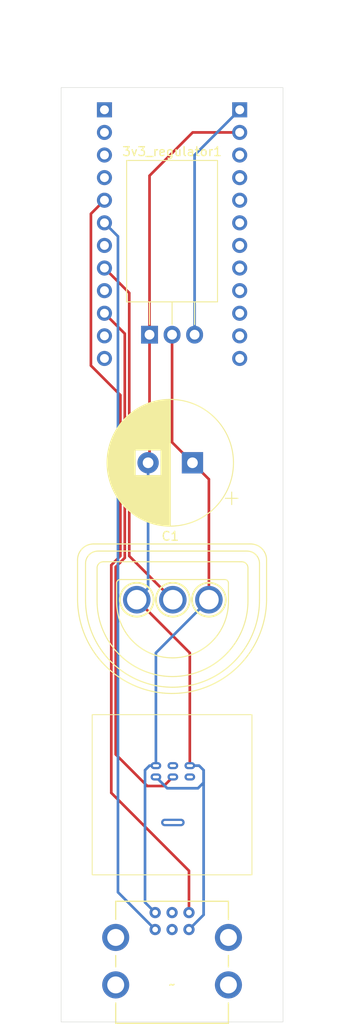
<source format=kicad_pcb>
(kicad_pcb (version 20240108) (generator "pcbnew") (generator_version "8.0")
  (layers (0 "F.Cu" signal) (31 "B.Cu" signal) (34 "B.Paste" user) (35 "F.Paste" user) (36 "B.SilkS" user "B.Silkscreen") (37 "F.SilkS" user "F.Silkscreen") (38 "B.Mask" user) (39 "F.Mask" user) (44 "Edge.Cuts" user))
  (net 0 "")
  (net 1 "Net-(3v3_regulator1-VO)")
  (net 2 "Net-(3v3_regulator1-GND)")
  (net 3 "Net-(3v3_regulator1-VI)")
  (net 4 "Net-(N64_controller1-DATA)")
  (net 16 "Net-(U1-SCL)")
  (net 17 "Net-(U1-SDA)")
  (net 18 "Net-(U1-7)")
  (footprint "MountingHole:MountingHole_2.2mm_M2" (layer "F.Cu") (at 121.92 112.776)
    (property "Reference" "REF**" (hide yes))
    (property "Value" "MountingHole_2.2mm_M2")
    (pad "" np_thru_hole circle (at 0 0) (size 2.2 2.2) (drill 2.2) (layers "*.Cu" "*.Mask"))
  )
  (footprint "Footprints_cez:Gamecube controller" (layer "F.Cu") (at 131.54 115.3668)
    (property "Reference" "U3" (hide yes))
    (property "Value" "~" (hide yes))
    (fp_rect (start -8.968 0.3152) (end 9.032 18.3152) (stroke (width 0.1)) (fill none) (layer "F.SilkS"))
    (pad "" thru_hole oval (at 0.122 12.4302) (size 2.65 0.85) (drill oval 2.15 0.35) (layers "*.Cu" "*.Mask"))
    (pad "1" thru_hole oval (at 2.032 7.3152) (size 1.2 0.8) (drill oval 0.7 0.3) (layers "*.Cu" "*.Mask"))
    (pad "2" thru_hole oval (at 0.122 7.3152) (size 1.2 0.8) (drill oval 0.7 0.3) (layers "*.Cu" "*.Mask") (net 18 "Net-(U1-7)"))
    (pad "3" thru_hole oval (at -1.788 7.3152) (size 1.2 0.8) (drill oval 0.7 0.3) (layers "*.Cu" "*.Mask") (net 2 "Net-(3v3_regulator1-GND)"))
    (pad "4" thru_hole oval (at 2.032 6.0452) (size 1.2 0.8) (drill oval 0.7 0.3) (layers "*.Cu" "*.Mask") (net 2 "Net-(3v3_regulator1-GND)"))
    (pad "5" thru_hole oval (at 0.122 6.0452) (size 1.2 0.8) (drill oval 0.7 0.3) (layers "*.Cu" "*.Mask"))
    (pad "6" thru_hole oval (at -1.788 6.0452) (size 1.2 0.8) (drill oval 0.7 0.3) (layers "*.Cu" "*.Mask") (net 1 "Net-(3v3_regulator1-VO)"))
  )
  (footprint "MountingHole:MountingHole_2.2mm_M2" (layer "F.Cu") (at 140.462 81.026)
    (property "Reference" "REF**" (hide yes))
    (property "Value" "MountingHole_2.2mm_M2")
    (pad "" np_thru_hole circle (at 0 0) (size 2.2 2.2) (drill 2.2) (layers "*.Cu" "*.Mask"))
  )
  (footprint "Footprints_cez:Arduino pro micro" (layer "F.Cu") (at 129.7432 35.623)
    (property "Reference" "U1" (hide yes))
    (property "Value" "~" (hide yes))
    (pad "1" thru_hole rect (at -5.7912 12.0904) (size 1.7 1.7) (drill 1) (layers "*.Cu" "*.Mask"))
    (pad "2" thru_hole oval (at -5.7912 14.6304) (size 1.7 1.7) (drill 1) (layers "*.Cu" "*.Mask"))
    (pad "3" thru_hole oval (at -5.7912 17.1704) (size 1.7 1.7) (drill 1) (layers "*.Cu" "*.Mask"))
    (pad "4" thru_hole oval (at -5.7912 19.7104) (size 1.7 1.7) (drill 1) (layers "*.Cu" "*.Mask"))
    (pad "5" thru_hole oval (at -5.7912 22.2504) (size 1.7 1.7) (drill 1) (layers "*.Cu" "*.Mask") (net 17 "Net-(U1-SDA)"))
    (pad "6" thru_hole oval (at -5.7912 24.7904) (size 1.7 1.7) (drill 1) (layers "*.Cu" "*.Mask") (net 16 "Net-(U1-SCL)"))
    (pad "7" thru_hole oval (at -5.7912 27.3304) (size 1.7 1.7) (drill 1) (layers "*.Cu" "*.Mask"))
    (pad "8" thru_hole oval (at -5.7912 29.8704) (size 1.7 1.7) (drill 1) (layers "*.Cu" "*.Mask") (net 4 "Net-(N64_controller1-DATA)"))
    (pad "9" thru_hole oval (at -5.7912 32.4104) (size 1.7 1.7) (drill 1) (layers "*.Cu" "*.Mask"))
    (pad "10" thru_hole oval (at -5.7912 34.9504) (size 1.7 1.7) (drill 1) (layers "*.Cu" "*.Mask") (net 18 "Net-(U1-7)"))
    (pad "11" thru_hole oval (at -5.7912 37.4904) (size 1.7 1.7) (drill 1) (layers "*.Cu" "*.Mask"))
    (pad "12" thru_hole oval (at -5.7912 40.0304) (size 1.7 1.7) (drill 1) (layers "*.Cu" "*.Mask"))
    (pad "13" thru_hole rect (at 9.4488 12.0904) (size 1.7 1.7) (drill 1) (layers "*.Cu" "*.Mask") (net 3 "Net-(3v3_regulator1-VI)"))
    (pad "14" thru_hole oval (at 9.4488 14.6304) (size 1.7 1.7) (drill 1) (layers "*.Cu" "*.Mask") (net 2 "Net-(3v3_regulator1-GND)"))
    (pad "15" thru_hole oval (at 9.4488 17.1704) (size 1.7 1.7) (drill 1) (layers "*.Cu" "*.Mask"))
    (pad "16" thru_hole oval (at 9.4488 19.7104) (size 1.7 1.7) (drill 1) (layers "*.Cu" "*.Mask"))
    (pad "17" thru_hole oval (at 9.4488 22.2504) (size 1.7 1.7) (drill 1) (layers "*.Cu" "*.Mask"))
    (pad "18" thru_hole oval (at 9.4488 24.7904) (size 1.7 1.7) (drill 1) (layers "*.Cu" "*.Mask"))
    (pad "19" thru_hole oval (at 9.4488 27.3304) (size 1.7 1.7) (drill 1) (layers "*.Cu" "*.Mask"))
    (pad "20" thru_hole oval (at 9.4488 29.8704) (size 1.7 1.7) (drill 1) (layers "*.Cu" "*.Mask"))
    (pad "21" thru_hole oval (at 9.4488 32.4104) (size 1.7 1.7) (drill 1) (layers "*.Cu" "*.Mask"))
    (pad "22" thru_hole oval (at 9.4488 34.9504) (size 1.7 1.7) (drill 1) (layers "*.Cu" "*.Mask"))
    (pad "23" thru_hole oval (at 9.4488 37.4904) (size 1.7 1.7) (drill 1) (layers "*.Cu" "*.Mask"))
    (pad "24" thru_hole oval (at 9.4488 40.0304) (size 1.7 1.7) (drill 1) (layers "*.Cu" "*.Mask"))
  )
  (footprint "Footprints_cez:N64_controller" (layer "F.Cu") (at 131.722 118.19875 180)
    (property "Reference" "N64_controller1" (hide yes))
    (property "Value" "~")
    (fp_line (start 10.8 19.9) (end 10.8 15.55) (stroke (width 0.127)) (layer "F.SilkS"))
    (fp_line (start 9.9 19.5) (end 9.9 15.4) (stroke (width 0.127)) (layer "F.SilkS"))
    (fp_line (start 8.6 19) (end 8.6 15.3) (stroke (width 0.127)) (layer "F.SilkS"))
    (fp_line (start 6.4 17.3) (end 6.4 15.2) (stroke (width 0.127)) (layer "F.SilkS"))
    (fp_line (start -5.8 17.7) (end 6 17.7) (stroke (width 0.127)) (layer "F.SilkS"))
    (fp_line (start -6.2 17.3) (end -6.2 15.2) (stroke (width 0.127)) (layer "F.SilkS"))
    (fp_line (start -7.7 19.7) (end 7.9 19.7) (stroke (width 0.127)) (layer "F.SilkS"))
    (fp_line (start -8.3 20.9) (end 8.5 20.9) (stroke (width 0.127)) (layer "F.SilkS"))
    (fp_line (start -8.4 19) (end -8.4 15.3) (stroke (width 0.127)) (layer "F.SilkS"))
    (fp_line (start -8.7 21.7) (end 9 21.7) (stroke (width 0.127)) (layer "F.SilkS"))
    (fp_line (start -9.7 19.5) (end -9.7 15.4) (stroke (width 0.127)) (layer "F.SilkS"))
    (fp_line (start -10.5 19.9) (end -10.5 15.55) (stroke (width 0.127)) (layer "F.SilkS"))
    (fp_arc (start 10.8 19.9) (mid 10.272792 21.172792) (end 9 21.7) (stroke (width 0.127)) (layer "F.SilkS"))
    (fp_arc (start 9.9 19.5) (mid 9.489949 20.489949) (end 8.5 20.9) (stroke (width 0.127)) (layer "F.SilkS"))
    (fp_arc (start 8.6 19) (mid 8.394975 19.494975) (end 7.9 19.7) (stroke (width 0.127)) (layer "F.SilkS"))
    (fp_arc (start 6.4 17.3) (mid 6.282843 17.582843) (end 6 17.7) (stroke (width 0.127)) (layer "F.SilkS"))
    (fp_arc (start 0.149999 4.899999) (mid 7.680688 8.019312) (end 10.8 15.55) (stroke (width 0.127)) (layer "F.SilkS"))
    (fp_arc (start 0.1 5.6) (mid 7.029646 8.470354) (end 9.9 15.4) (stroke (width 0.127)) (layer "F.SilkS"))
    (fp_arc (start 0.099998 8.9) (mid 4.554772 10.745227) (end 6.4 15.2) (stroke (width 0.127)) (layer "F.SilkS"))
    (fp_arc (start 0.099998 6.8) (mid 6.110407 9.289592) (end 8.6 15.3) (stroke (width 0.127)) (layer "F.SilkS"))
    (fp_arc (start -5.8 17.7) (mid -6.082843 17.582843) (end -6.2 17.3) (stroke (width 0.127)) (layer "F.SilkS"))
    (fp_arc (start -6.2 15.2) (mid -4.354772 10.745228) (end 0.100001 8.900001) (stroke (width 0.127)) (layer "F.SilkS"))
    (fp_arc (start -7.7 19.7) (mid -8.194975 19.494975) (end -8.4 19) (stroke (width 0.127)) (layer "F.SilkS"))
    (fp_arc (start -8.3 20.9) (mid -9.289949 20.489949) (end -9.7 19.5) (stroke (width 0.127)) (layer "F.SilkS"))
    (fp_arc (start -8.4 15.3) (mid -5.910407 9.289593) (end 0.100001 6.800001) (stroke (width 0.127)) (layer "F.SilkS"))
    (fp_arc (start -8.7 21.7) (mid -9.972792 21.172792) (end -10.5 19.9) (stroke (width 0.127)) (layer "F.SilkS"))
    (fp_arc (start -9.7 15.4) (mid -6.829646 8.470354) (end 0.1 5.6) (stroke (width 0.127)) (layer "F.SilkS"))
    (fp_arc (start -10.5 15.55) (mid -7.380687 8.019313) (end 0.15 4.9) (stroke (width 0.127)) (layer "F.SilkS"))
    (fp_circle (center 4.128 15.436) (end 6.033 15.436) (stroke (width 0.2032)) (fill none) (layer "F.SilkS"))
    (fp_circle (center 0.064 15.436) (end 1.969 15.436) (stroke (width 0.2032)) (fill none) (layer "F.SilkS"))
    (fp_circle (center -4 15.436) (end -2.095 15.436) (stroke (width 0.2032)) (fill none) (layer "F.SilkS"))
    (pad "1" thru_hole circle (at -4 15.436 180) (size 3.1 3.1) (drill 2.2) (layers "*.Cu" "*.Mask") (net 1 "Net-(3v3_regulator1-VO)"))
    (pad "2" thru_hole circle (at 0.064 15.436 180) (size 3.1 3.1) (drill 2.2) (layers "*.Cu" "*.Mask") (net 4 "Net-(N64_controller1-DATA)"))
    (pad "3" thru_hole circle (at 4.128 15.436 180) (size 3.1 3.1) (drill 2.2) (layers "*.Cu" "*.Mask") (net 2 "Net-(3v3_regulator1-GND)"))
  )
  (footprint "MountingHole:MountingHole_2.2mm_M2" (layer "F.Cu") (at 131.572 48.26)
    (property "Reference" "REF**" (hide yes))
    (property "Value" "MountingHole_2.2mm_M2")
    (pad "" np_thru_hole circle (at 0 0) (size 2.2 2.2) (drill 2.2) (layers "*.Cu" "*.Mask"))
  )
  (footprint "Capacitor_THT:CP_Radial_D14.0mm_P5.00mm" (layer "F.Cu") (at 133.869729 87.376 180)
    (property "Reference" "C1" (at 2.5 -8.25 0) (layer "F.SilkS"))
    (property "Value" "CP_Radial_D10.0mm_P5.00mm")
    (fp_line (start 9.581 -0.714) (end 9.581 0.714) (stroke (width 0.12)) (layer "F.SilkS"))
    (fp_line (start 9.541 -1.025) (end 9.541 1.025) (stroke (width 0.12)) (layer "F.SilkS"))
    (fp_line (start 9.501 -1.262) (end 9.501 1.262) (stroke (width 0.12)) (layer "F.SilkS"))
    (fp_line (start 9.461 -1.461) (end 9.461 1.461) (stroke (width 0.12)) (layer "F.SilkS"))
    (fp_line (start 9.421 -1.636) (end 9.421 1.636) (stroke (width 0.12)) (layer "F.SilkS"))
    (fp_line (start 9.381 -1.794) (end 9.381 1.794) (stroke (width 0.12)) (layer "F.SilkS"))
    (fp_line (start 9.341 -1.938) (end 9.341 1.938) (stroke (width 0.12)) (layer "F.SilkS"))
    (fp_line (start 9.301 -2.071) (end 9.301 2.071) (stroke (width 0.12)) (layer "F.SilkS"))
    (fp_line (start 9.261 -2.196) (end 9.261 2.196) (stroke (width 0.12)) (layer "F.SilkS"))
    (fp_line (start 9.221 -2.313) (end 9.221 2.313) (stroke (width 0.12)) (layer "F.SilkS"))
    (fp_line (start 9.181 -2.425) (end 9.181 2.425) (stroke (width 0.12)) (layer "F.SilkS"))
    (fp_line (start 9.141 -2.53) (end 9.141 2.53) (stroke (width 0.12)) (layer "F.SilkS"))
    (fp_line (start 9.101 -2.632) (end 9.101 2.632) (stroke (width 0.12)) (layer "F.SilkS"))
    (fp_line (start 9.061 -2.728) (end 9.061 2.728) (stroke (width 0.12)) (layer "F.SilkS"))
    (fp_line (start 9.021 -2.821) (end 9.021 2.821) (stroke (width 0.12)) (layer "F.SilkS"))
    (fp_line (start 8.981 -2.911) (end 8.981 2.911) (stroke (width 0.12)) (layer "F.SilkS"))
    (fp_line (start 8.941 -2.997) (end 8.941 2.997) (stroke (width 0.12)) (layer "F.SilkS"))
    (fp_line (start 8.901 -3.08) (end 8.901 3.08) (stroke (width 0.12)) (layer "F.SilkS"))
    (fp_line (start 8.861 -3.161) (end 8.861 3.161) (stroke (width 0.12)) (layer "F.SilkS"))
    (fp_line (start 8.821 -3.24) (end 8.821 3.24) (stroke (width 0.12)) (layer "F.SilkS"))
    (fp_line (start 8.781 -3.315) (end 8.781 3.315) (stroke (width 0.12)) (layer "F.SilkS"))
    (fp_line (start 8.741 -3.389) (end 8.741 3.389) (stroke (width 0.12)) (layer "F.SilkS"))
    (fp_line (start 8.701 -3.461) (end 8.701 3.461) (stroke (width 0.12)) (layer "F.SilkS"))
    (fp_line (start 8.661 -3.531) (end 8.661 3.531) (stroke (width 0.12)) (layer "F.SilkS"))
    (fp_line (start 8.621 -3.599) (end 8.621 3.599) (stroke (width 0.12)) (layer "F.SilkS"))
    (fp_line (start 8.581 -3.666) (end 8.581 3.666) (stroke (width 0.12)) (layer "F.SilkS"))
    (fp_line (start 8.541 -3.73) (end 8.541 3.73) (stroke (width 0.12)) (layer "F.SilkS"))
    (fp_line (start 8.501 -3.794) (end 8.501 3.794) (stroke (width 0.12)) (layer "F.SilkS"))
    (fp_line (start 8.461 -3.856) (end 8.461 3.856) (stroke (width 0.12)) (layer "F.SilkS"))
    (fp_line (start 8.421 -3.916) (end 8.421 3.916) (stroke (width 0.12)) (layer "F.SilkS"))
    (fp_line (start 8.381 -3.975) (end 8.381 3.975) (stroke (width 0.12)) (layer "F.SilkS"))
    (fp_line (start 8.341 -4.033) (end 8.341 4.033) (stroke (width 0.12)) (layer "F.SilkS"))
    (fp_line (start 8.301 -4.09) (end 8.301 4.09) (stroke (width 0.12)) (layer "F.SilkS"))
    (fp_line (start 8.261 -4.146) (end 8.261 4.146) (stroke (width 0.12)) (layer "F.SilkS"))
    (fp_line (start 8.221 -4.2) (end 8.221 4.2) (stroke (width 0.12)) (layer "F.SilkS"))
    (fp_line (start 8.181 -4.254) (end 8.181 4.254) (stroke (width 0.12)) (layer "F.SilkS"))
    (fp_line (start 8.141 -4.306) (end 8.141 4.306) (stroke (width 0.12)) (layer "F.SilkS"))
    (fp_line (start 8.101 -4.358) (end 8.101 4.358) (stroke (width 0.12)) (layer "F.SilkS"))
    (fp_line (start 8.061 -4.408) (end 8.061 4.408) (stroke (width 0.12)) (layer "F.SilkS"))
    (fp_line (start 8.021 -4.458) (end 8.021 4.458) (stroke (width 0.12)) (layer "F.SilkS"))
    (fp_line (start 7.981 -4.506) (end 7.981 4.506) (stroke (width 0.12)) (layer "F.SilkS"))
    (fp_line (start 7.941 -4.554) (end 7.941 4.554) (stroke (width 0.12)) (layer "F.SilkS"))
    (fp_line (start 7.901 -4.601) (end 7.901 4.601) (stroke (width 0.12)) (layer "F.SilkS"))
    (fp_line (start 7.861 -4.647) (end 7.861 4.647) (stroke (width 0.12)) (layer "F.SilkS"))
    (fp_line (start 7.821 -4.693) (end 7.821 4.693) (stroke (width 0.12)) (layer "F.SilkS"))
    (fp_line (start 7.781 -4.737) (end 7.781 4.737) (stroke (width 0.12)) (layer "F.SilkS"))
    (fp_line (start 7.741 -4.781) (end 7.741 4.781) (stroke (width 0.12)) (layer "F.SilkS"))
    (fp_line (start 7.701 -4.824) (end 7.701 4.824) (stroke (width 0.12)) (layer "F.SilkS"))
    (fp_line (start 7.661 -4.866) (end 7.661 4.866) (stroke (width 0.12)) (layer "F.SilkS"))
    (fp_line (start 7.621 -4.908) (end 7.621 4.908) (stroke (width 0.12)) (layer "F.SilkS"))
    (fp_line (start 7.581 -4.949) (end 7.581 4.949) (stroke (width 0.12)) (layer "F.SilkS"))
    (fp_line (start 7.541 -4.99) (end 7.541 4.99) (stroke (width 0.12)) (layer "F.SilkS"))
    (fp_line (start 7.501 -5.029) (end 7.501 5.029) (stroke (width 0.12)) (layer "F.SilkS"))
    (fp_line (start 7.461 -5.069) (end 7.461 5.069) (stroke (width 0.12)) (layer "F.SilkS"))
    (fp_line (start 7.421 -5.107) (end 7.421 5.107) (stroke (width 0.12)) (layer "F.SilkS"))
    (fp_line (start 7.381 -5.145) (end 7.381 5.145) (stroke (width 0.12)) (layer "F.SilkS"))
    (fp_line (start 7.341 -5.182) (end 7.341 5.182) (stroke (width 0.12)) (layer "F.SilkS"))
    (fp_line (start 7.301 -5.219) (end 7.301 5.219) (stroke (width 0.12)) (layer "F.SilkS"))
    (fp_line (start 7.261 -5.255) (end 7.261 5.255) (stroke (width 0.12)) (layer "F.SilkS"))
    (fp_line (start 7.221 -5.291) (end 7.221 5.291) (stroke (width 0.12)) (layer "F.SilkS"))
    (fp_line (start 7.181 -5.326) (end 7.181 5.326) (stroke (width 0.12)) (layer "F.SilkS"))
    (fp_line (start 7.141 -5.361) (end 7.141 5.361) (stroke (width 0.12)) (layer "F.SilkS"))
    (fp_line (start 7.101 -5.395) (end 7.101 5.395) (stroke (width 0.12)) (layer "F.SilkS"))
    (fp_line (start 7.061 -5.429) (end 7.061 5.429) (stroke (width 0.12)) (layer "F.SilkS"))
    (fp_line (start 7.021 -5.462) (end 7.021 5.462) (stroke (width 0.12)) (layer "F.SilkS"))
    (fp_line (start 6.981 -5.494) (end 6.981 5.494) (stroke (width 0.12)) (layer "F.SilkS"))
    (fp_line (start 6.941 -5.527) (end 6.941 5.527) (stroke (width 0.12)) (layer "F.SilkS"))
    (fp_line (start 6.901 -5.558) (end 6.901 5.558) (stroke (width 0.12)) (layer "F.SilkS"))
    (fp_line (start 6.861 -5.589) (end 6.861 5.589) (stroke (width 0.12)) (layer "F.SilkS"))
    (fp_line (start 6.821 -5.62) (end 6.821 5.62) (stroke (width 0.12)) (layer "F.SilkS"))
    (fp_line (start 6.781 -5.65) (end 6.781 5.65) (stroke (width 0.12)) (layer "F.SilkS"))
    (fp_line (start 6.741 -5.68) (end 6.741 5.68) (stroke (width 0.12)) (layer "F.SilkS"))
    (fp_line (start 6.701 -5.71) (end 6.701 5.71) (stroke (width 0.12)) (layer "F.SilkS"))
    (fp_line (start 6.661 -5.739) (end 6.661 5.739) (stroke (width 0.12)) (layer "F.SilkS"))
    (fp_line (start 6.621 -5.767) (end 6.621 5.767) (stroke (width 0.12)) (layer "F.SilkS"))
    (fp_line (start 6.581 -5.796) (end 6.581 5.796) (stroke (width 0.12)) (layer "F.SilkS"))
    (fp_line (start 6.541 -5.823) (end 6.541 5.823) (stroke (width 0.12)) (layer "F.SilkS"))
    (fp_line (start 6.501 -5.851) (end 6.501 5.851) (stroke (width 0.12)) (layer "F.SilkS"))
    (fp_line (start 6.461 -5.878) (end 6.461 5.878) (stroke (width 0.12)) (layer "F.SilkS"))
    (fp_line (start 6.421 1.44) (end 6.421 5.904) (stroke (width 0.12)) (layer "F.SilkS"))
    (fp_line (start 6.421 -5.904) (end 6.421 -1.44) (stroke (width 0.12)) (layer "F.SilkS"))
    (fp_line (start 6.381 1.44) (end 6.381 5.93) (stroke (width 0.12)) (layer "F.SilkS"))
    (fp_line (start 6.381 -5.93) (end 6.381 -1.44) (stroke (width 0.12)) (layer "F.SilkS"))
    (fp_line (start 6.341 1.44) (end 6.341 5.956) (stroke (width 0.12)) (layer "F.SilkS"))
    (fp_line (start 6.341 -5.956) (end 6.341 -1.44) (stroke (width 0.12)) (layer "F.SilkS"))
    (fp_line (start 6.301 1.44) (end 6.301 5.982) (stroke (width 0.12)) (layer "F.SilkS"))
    (fp_line (start 6.301 -5.982) (end 6.301 -1.44) (stroke (width 0.12)) (layer "F.SilkS"))
    (fp_line (start 6.261 1.44) (end 6.261 6.007) (stroke (width 0.12)) (layer "F.SilkS"))
    (fp_line (start 6.261 -6.007) (end 6.261 -1.44) (stroke (width 0.12)) (layer "F.SilkS"))
    (fp_line (start 6.221 1.44) (end 6.221 6.031) (stroke (width 0.12)) (layer "F.SilkS"))
    (fp_line (start 6.221 -6.031) (end 6.221 -1.44) (stroke (width 0.12)) (layer "F.SilkS"))
    (fp_line (start 6.181 1.44) (end 6.181 6.056) (stroke (width 0.12)) (layer "F.SilkS"))
    (fp_line (start 6.181 -6.056) (end 6.181 -1.44) (stroke (width 0.12)) (layer "F.SilkS"))
    (fp_line (start 6.141 1.44) (end 6.141 6.08) (stroke (width 0.12)) (layer "F.SilkS"))
    (fp_line (start 6.141 -6.08) (end 6.141 -1.44) (stroke (width 0.12)) (layer "F.SilkS"))
    (fp_line (start 6.101 1.44) (end 6.101 6.103) (stroke (width 0.12)) (layer "F.SilkS"))
    (fp_line (start 6.101 -6.103) (end 6.101 -1.44) (stroke (width 0.12)) (layer "F.SilkS"))
    (fp_line (start 6.061 1.44) (end 6.061 6.127) (stroke (width 0.12)) (layer "F.SilkS"))
    (fp_line (start 6.061 -6.127) (end 6.061 -1.44) (stroke (width 0.12)) (layer "F.SilkS"))
    (fp_line (start 6.021 1.44) (end 6.021 6.15) (stroke (width 0.12)) (layer "F.SilkS"))
    (fp_line (start 6.021 -6.15) (end 6.021 -1.44) (stroke (width 0.12)) (layer "F.SilkS"))
    (fp_line (start 5.981 1.44) (end 5.981 6.172) (stroke (width 0.12)) (layer "F.SilkS"))
    (fp_line (start 5.981 -6.172) (end 5.981 -1.44) (stroke (width 0.12)) (layer "F.SilkS"))
    (fp_line (start 5.941 1.44) (end 5.941 6.194) (stroke (width 0.12)) (layer "F.SilkS"))
    (fp_line (start 5.941 -6.194) (end 5.941 -1.44) (stroke (width 0.12)) (layer "F.SilkS"))
    (fp_line (start 5.901 1.44) (end 5.901 6.216) (stroke (width 0.12)) (layer "F.SilkS"))
    (fp_line (start 5.901 -6.216) (end 5.901 -1.44) (stroke (width 0.12)) (layer "F.SilkS"))
    (fp_line (start 5.861 1.44) (end 5.861 6.238) (stroke (width 0.12)) (layer "F.SilkS"))
    (fp_line (start 5.861 -6.238) (end 5.861 -1.44) (stroke (width 0.12)) (layer "F.SilkS"))
    (fp_line (start 5.821 1.44) (end 5.821 6.259) (stroke (width 0.12)) (layer "F.SilkS"))
    (fp_line (start 5.821 -6.259) (end 5.821 -1.44) (stroke (width 0.12)) (layer "F.SilkS"))
    (fp_line (start 5.781 1.44) (end 5.781 6.28) (stroke (width 0.12)) (layer "F.SilkS"))
    (fp_line (start 5.781 -6.28) (end 5.781 -1.44) (stroke (width 0.12)) (layer "F.SilkS"))
    (fp_line (start 5.741 1.44) (end 5.741 6.301) (stroke (width 0.12)) (layer "F.SilkS"))
    (fp_line (start 5.741 -6.301) (end 5.741 -1.44) (stroke (width 0.12)) (layer "F.SilkS"))
    (fp_line (start 5.701 1.44) (end 5.701 6.321) (stroke (width 0.12)) (layer "F.SilkS"))
    (fp_line (start 5.701 -6.321) (end 5.701 -1.44) (stroke (width 0.12)) (layer "F.SilkS"))
    (fp_line (start 5.661 1.44) (end 5.661 6.341) (stroke (width 0.12)) (layer "F.SilkS"))
    (fp_line (start 5.661 -6.341) (end 5.661 -1.44) (stroke (width 0.12)) (layer "F.SilkS"))
    (fp_line (start 5.621 1.44) (end 5.621 6.36) (stroke (width 0.12)) (layer "F.SilkS"))
    (fp_line (start 5.621 -6.36) (end 5.621 -1.44) (stroke (width 0.12)) (layer "F.SilkS"))
    (fp_line (start 5.581 1.44) (end 5.581 6.38) (stroke (width 0.12)) (layer "F.SilkS"))
    (fp_line (start 5.581 -6.38) (end 5.581 -1.44) (stroke (width 0.12)) (layer "F.SilkS"))
    (fp_line (start 5.541 1.44) (end 5.541 6.399) (stroke (width 0.12)) (layer "F.SilkS"))
    (fp_line (start 5.541 -6.399) (end 5.541 -1.44) (stroke (width 0.12)) (layer "F.SilkS"))
    (fp_line (start 5.501 1.44) (end 5.501 6.418) (stroke (width 0.12)) (layer "F.SilkS"))
    (fp_line (start 5.501 -6.418) (end 5.501 -1.44) (stroke (width 0.12)) (layer "F.SilkS"))
    (fp_line (start 5.461 1.44) (end 5.461 6.436) (stroke (width 0.12)) (layer "F.SilkS"))
    (fp_line (start 5.461 -6.436) (end 5.461 -1.44) (stroke (width 0.12)) (layer "F.SilkS"))
    (fp_line (start 5.421 1.44) (end 5.421 6.454) (stroke (width 0.12)) (layer "F.SilkS"))
    (fp_line (start 5.421 -6.454) (end 5.421 -1.44) (stroke (width 0.12)) (layer "F.SilkS"))
    (fp_line (start 5.381 1.44) (end 5.381 6.472) (stroke (width 0.12)) (layer "F.SilkS"))
    (fp_line (start 5.381 -6.472) (end 5.381 -1.44) (stroke (width 0.12)) (layer "F.SilkS"))
    (fp_line (start 5.341 1.44) (end 5.341 6.49) (stroke (width 0.12)) (layer "F.SilkS"))
    (fp_line (start 5.341 -6.49) (end 5.341 -1.44) (stroke (width 0.12)) (layer "F.SilkS"))
    (fp_line (start 5.301 1.44) (end 5.301 6.507) (stroke (width 0.12)) (layer "F.SilkS"))
    (fp_line (start 5.301 -6.507) (end 5.301 -1.44) (stroke (width 0.12)) (layer "F.SilkS"))
    (fp_line (start 5.261 1.44) (end 5.261 6.524) (stroke (width 0.12)) (layer "F.SilkS"))
    (fp_line (start 5.261 -6.524) (end 5.261 -1.44) (stroke (width 0.12)) (layer "F.SilkS"))
    (fp_line (start 5.221 1.44) (end 5.221 6.54) (stroke (width 0.12)) (layer "F.SilkS"))
    (fp_line (start 5.221 -6.54) (end 5.221 -1.44) (stroke (width 0.12)) (layer "F.SilkS"))
    (fp_line (start 5.181 1.44) (end 5.181 6.557) (stroke (width 0.12)) (layer "F.SilkS"))
    (fp_line (start 5.181 -6.557) (end 5.181 -1.44) (stroke (width 0.12)) (layer "F.SilkS"))
    (fp_line (start 5.141 1.44) (end 5.141 6.573) (stroke (width 0.12)) (layer "F.SilkS"))
    (fp_line (start 5.141 -6.573) (end 5.141 -1.44) (stroke (width 0.12)) (layer "F.SilkS"))
    (fp_line (start 5.101 1.44) (end 5.101 6.589) (stroke (width 0.12)) (layer "F.SilkS"))
    (fp_line (start 5.101 -6.589) (end 5.101 -1.44) (stroke (width 0.12)) (layer "F.SilkS"))
    (fp_line (start 5.061 1.44) (end 5.061 6.604) (stroke (width 0.12)) (layer "F.SilkS"))
    (fp_line (start 5.061 -6.604) (end 5.061 -1.44) (stroke (width 0.12)) (layer "F.SilkS"))
    (fp_line (start 5.021 1.44) (end 5.021 6.62) (stroke (width 0.12)) (layer "F.SilkS"))
    (fp_line (start 5.021 -6.62) (end 5.021 -1.44) (stroke (width 0.12)) (layer "F.SilkS"))
    (fp_line (start 4.981 1.44) (end 4.981 6.635) (stroke (width 0.12)) (layer "F.SilkS"))
    (fp_line (start 4.981 -6.635) (end 4.981 -1.44) (stroke (width 0.12)) (layer "F.SilkS"))
    (fp_line (start 4.941 1.44) (end 4.941 6.649) (stroke (width 0.12)) (layer "F.SilkS"))
    (fp_line (start 4.941 -6.649) (end 4.941 -1.44) (stroke (width 0.12)) (layer "F.SilkS"))
    (fp_line (start 4.901 1.44) (end 4.901 6.664) (stroke (width 0.12)) (layer "F.SilkS"))
    (fp_line (start 4.901 -6.664) (end 4.901 -1.44) (stroke (width 0.12)) (layer "F.SilkS"))
    (fp_line (start 4.861 1.44) (end 4.861 6.678) (stroke (width 0.12)) (layer "F.SilkS"))
    (fp_line (start 4.861 -6.678) (end 4.861 -1.44) (stroke (width 0.12)) (layer "F.SilkS"))
    (fp_line (start 4.821 1.44) (end 4.821 6.692) (stroke (width 0.12)) (layer "F.SilkS"))
    (fp_line (start 4.821 -6.692) (end 4.821 -1.44) (stroke (width 0.12)) (layer "F.SilkS"))
    (fp_line (start 4.781 1.44) (end 4.781 6.706) (stroke (width 0.12)) (layer "F.SilkS"))
    (fp_line (start 4.781 -6.706) (end 4.781 -1.44) (stroke (width 0.12)) (layer "F.SilkS"))
    (fp_line (start 4.741 1.44) (end 4.741 6.719) (stroke (width 0.12)) (layer "F.SilkS"))
    (fp_line (start 4.741 -6.719) (end 4.741 -1.44) (stroke (width 0.12)) (layer "F.SilkS"))
    (fp_line (start 4.701 1.44) (end 4.701 6.732) (stroke (width 0.12)) (layer "F.SilkS"))
    (fp_line (start 4.701 -6.732) (end 4.701 -1.44) (stroke (width 0.12)) (layer "F.SilkS"))
    (fp_line (start 4.661 1.44) (end 4.661 6.745) (stroke (width 0.12)) (layer "F.SilkS"))
    (fp_line (start 4.661 -6.745) (end 4.661 -1.44) (stroke (width 0.12)) (layer "F.SilkS"))
    (fp_line (start 4.621 1.44) (end 4.621 6.758) (stroke (width 0.12)) (layer "F.SilkS"))
    (fp_line (start 4.621 -6.758) (end 4.621 -1.44) (stroke (width 0.12)) (layer "F.SilkS"))
    (fp_line (start 4.581 1.44) (end 4.581 6.77) (stroke (width 0.12)) (layer "F.SilkS"))
    (fp_line (start 4.581 -6.77) (end 4.581 -1.44) (stroke (width 0.12)) (layer "F.SilkS"))
    (fp_line (start 4.541 1.44) (end 4.541 6.782) (stroke (width 0.12)) (layer "F.SilkS"))
    (fp_line (start 4.541 -6.782) (end 4.541 -1.44) (stroke (width 0.12)) (layer "F.SilkS"))
    (fp_line (start 4.501 1.44) (end 4.501 6.794) (stroke (width 0.12)) (layer "F.SilkS"))
    (fp_line (start 4.501 -6.794) (end 4.501 -1.44) (stroke (width 0.12)) (layer "F.SilkS"))
    (fp_line (start 4.461 1.44) (end 4.461 6.805) (stroke (width 0.12)) (layer "F.SilkS"))
    (fp_line (start 4.461 -6.805) (end 4.461 -1.44) (stroke (width 0.12)) (layer "F.SilkS"))
    (fp_line (start 4.421 1.44) (end 4.421 6.817) (stroke (width 0.12)) (layer "F.SilkS"))
    (fp_line (start 4.421 -6.817) (end 4.421 -1.44) (stroke (width 0.12)) (layer "F.SilkS"))
    (fp_line (start 4.381 1.44) (end 4.381 6.828) (stroke (width 0.12)) (layer "F.SilkS"))
    (fp_line (start 4.381 -6.828) (end 4.381 -1.44) (stroke (width 0.12)) (layer "F.SilkS"))
    (fp_line (start 4.341 1.44) (end 4.341 6.839) (stroke (width 0.12)) (layer "F.SilkS"))
    (fp_line (start 4.341 -6.839) (end 4.341 -1.44) (stroke (width 0.12)) (layer "F.SilkS"))
    (fp_line (start 4.301 1.44) (end 4.301 6.849) (stroke (width 0.12)) (layer "F.SilkS"))
    (fp_line (start 4.301 -6.849) (end 4.301 -1.44) (stroke (width 0.12)) (layer "F.SilkS"))
    (fp_line (start 4.261 1.44) (end 4.261 6.86) (stroke (width 0.12)) (layer "F.SilkS"))
    (fp_line (start 4.261 -6.86) (end 4.261 -1.44) (stroke (width 0.12)) (layer "F.SilkS"))
    (fp_line (start 4.221 1.44) (end 4.221 6.87) (stroke (width 0.12)) (layer "F.SilkS"))
    (fp_line (start 4.221 -6.87) (end 4.221 -1.44) (stroke (width 0.12)) (layer "F.SilkS"))
    (fp_line (start 4.181 1.44) (end 4.181 6.879) (stroke (width 0.12)) (layer "F.SilkS"))
    (fp_line (start 4.181 -6.879) (end 4.181 -1.44) (stroke (width 0.12)) (layer "F.SilkS"))
    (fp_line (start 4.141 1.44) (end 4.141 6.889) (stroke (width 0.12)) (layer "F.SilkS"))
    (fp_line (start 4.141 -6.889) (end 4.141 -1.44) (stroke (width 0.12)) (layer "F.SilkS"))
    (fp_line (start 4.101 1.44) (end 4.101 6.898) (stroke (width 0.12)) (layer "F.SilkS"))
    (fp_line (start 4.101 -6.898) (end 4.101 -1.44) (stroke (width 0.12)) (layer "F.SilkS"))
    (fp_line (start 4.061 1.44) (end 4.061 6.907) (stroke (width 0.12)) (layer "F.SilkS"))
    (fp_line (start 4.061 -6.907) (end 4.061 -1.44) (stroke (width 0.12)) (layer "F.SilkS"))
    (fp_line (start 4.021 1.44) (end 4.021 6.916) (stroke (width 0.12)) (layer "F.SilkS"))
    (fp_line (start 4.021 -6.916) (end 4.021 -1.44) (stroke (width 0.12)) (layer "F.SilkS"))
    (fp_line (start 3.981 1.44) (end 3.981 6.925) (stroke (width 0.12)) (layer "F.SilkS"))
    (fp_line (start 3.981 -6.925) (end 3.981 -1.44) (stroke (width 0.12)) (layer "F.SilkS"))
    (fp_line (start 3.941 1.44) (end 3.941 6.933) (stroke (width 0.12)) (layer "F.SilkS"))
    (fp_line (start 3.941 -6.933) (end 3.941 -1.44) (stroke (width 0.12)) (layer "F.SilkS"))
    (fp_line (start 3.901 1.44) (end 3.901 6.942) (stroke (width 0.12)) (layer "F.SilkS"))
    (fp_line (start 3.901 -6.942) (end 3.901 -1.44) (stroke (width 0.12)) (layer "F.SilkS"))
    (fp_line (start 3.861 1.44) (end 3.861 6.949) (stroke (width 0.12)) (layer "F.SilkS"))
    (fp_line (start 3.861 -6.949) (end 3.861 -1.44) (stroke (width 0.12)) (layer "F.SilkS"))
    (fp_line (start 3.821 1.44) (end 3.821 6.957) (stroke (width 0.12)) (layer "F.SilkS"))
    (fp_line (start 3.821 -6.957) (end 3.821 -1.44) (stroke (width 0.12)) (layer "F.SilkS"))
    (fp_line (start 3.781 1.44) (end 3.781 6.964) (stroke (width 0.12)) (layer "F.SilkS"))
    (fp_line (start 3.781 -6.964) (end 3.781 -1.44) (stroke (width 0.12)) (layer "F.SilkS"))
    (fp_line (start 3.741 1.44) (end 3.741 6.972) (stroke (width 0.12)) (layer "F.SilkS"))
    (fp_line (start 3.741 -6.972) (end 3.741 -1.44) (stroke (width 0.12)) (layer "F.SilkS"))
    (fp_line (start 3.701 1.44) (end 3.701 6.979) (stroke (width 0.12)) (layer "F.SilkS"))
    (fp_line (start 3.701 -6.979) (end 3.701 -1.44) (stroke (width 0.12)) (layer "F.SilkS"))
    (fp_line (start 3.661 1.44) (end 3.661 6.985) (stroke (width 0.12)) (layer "F.SilkS"))
    (fp_line (start 3.661 -6.985) (end 3.661 -1.44) (stroke (width 0.12)) (layer "F.SilkS"))
    (fp_line (start 3.621 1.44) (end 3.621 6.992) (stroke (width 0.12)) (layer "F.SilkS"))
    (fp_line (start 3.621 -6.992) (end 3.621 -1.44) (stroke (width 0.12)) (layer "F.SilkS"))
    (fp_line (start 3.581 1.44) (end 3.581 6.998) (stroke (width 0.12)) (layer "F.SilkS"))
    (fp_line (start 3.581 -6.998) (end 3.581 -1.44) (stroke (width 0.12)) (layer "F.SilkS"))
    (fp_line (start 3.541 -7.004) (end 3.541 7.004) (stroke (width 0.12)) (layer "F.SilkS"))
    (fp_line (start 3.501 -7.01) (end 3.501 7.01) (stroke (width 0.12)) (layer "F.SilkS"))
    (fp_line (start 3.461 -7.015) (end 3.461 7.015) (stroke (width 0.12)) (layer "F.SilkS"))
    (fp_line (start 3.421 -7.021) (end 3.421 7.021) (stroke (width 0.12)) (layer "F.SilkS"))
    (fp_line (start 3.381 -7.026) (end 3.381 7.026) (stroke (width 0.12)) (layer "F.SilkS"))
    (fp_line (start 3.341 -7.031) (end 3.341 7.031) (stroke (width 0.12)) (layer "F.SilkS"))
    (fp_line (start 3.301 -7.035) (end 3.301 7.035) (stroke (width 0.12)) (layer "F.SilkS"))
    (fp_line (start 3.261 -7.04) (end 3.261 7.04) (stroke (width 0.12)) (layer "F.SilkS"))
    (fp_line (start 3.221 -7.044) (end 3.221 7.044) (stroke (width 0.12)) (layer "F.SilkS"))
    (fp_line (start 3.18 -7.048) (end 3.18 7.048) (stroke (width 0.12)) (layer "F.SilkS"))
    (fp_line (start 3.14 -7.052) (end 3.14 7.052) (stroke (width 0.12)) (layer "F.SilkS"))
    (fp_line (start 3.1 -7.055) (end 3.1 7.055) (stroke (width 0.12)) (layer "F.SilkS"))
    (fp_line (start 3.06 -7.058) (end 3.06 7.058) (stroke (width 0.12)) (layer "F.SilkS"))
    (fp_line (start 3.02 -7.061) (end 3.02 7.061) (stroke (width 0.12)) (layer "F.SilkS"))
    (fp_line (start 2.98 -7.064) (end 2.98 7.064) (stroke (width 0.12)) (layer "F.SilkS"))
    (fp_line (start 2.94 -7.067) (end 2.94 7.067) (stroke (width 0.12)) (layer "F.SilkS"))
    (fp_line (start 2.9 -7.069) (end 2.9 7.069) (stroke (width 0.12)) (layer "F.SilkS"))
    (fp_line (start 2.86 -7.071) (end 2.86 7.071) (stroke (width 0.12)) (layer "F.SilkS"))
    (fp_line (start 2.82 -7.073) (end 2.82 7.073) (stroke (width 0.12)) (layer "F.SilkS"))
    (fp_line (start 2.78 -7.075) (end 2.78 7.075) (stroke (width 0.12)) (layer "F.SilkS"))
    (fp_line (start 2.74 -7.076) (end 2.74 7.076) (stroke (width 0.12)) (layer "F.SilkS"))
    (fp_line (start 2.7 -7.078) (end 2.7 7.078) (stroke (width 0.12)) (layer "F.SilkS"))
    (fp_line (start 2.66 -7.079) (end 2.66 7.079) (stroke (width 0.12)) (layer "F.SilkS"))
    (fp_line (start 2.62 -7.079) (end 2.62 7.079) (stroke (width 0.12)) (layer "F.SilkS"))
    (fp_line (start 2.58 -7.08) (end 2.58 7.08) (stroke (width 0.12)) (layer "F.SilkS"))
    (fp_line (start 2.54 -7.08) (end 2.54 7.08) (stroke (width 0.12)) (layer "F.SilkS"))
    (fp_line (start 2.5 -7.08) (end 2.5 7.08) (stroke (width 0.12)) (layer "F.SilkS"))
    (fp_line (start -4.419543 -4.695) (end -4.419543 -3.295) (stroke (width 0.12)) (layer "F.SilkS"))
    (fp_line (start -5.119543 -3.995) (end -3.719543 -3.995) (stroke (width 0.12)) (layer "F.SilkS"))
    (fp_circle (center 2.5 0) (end 9.62 0) (stroke (width 0.12)) (fill none) (layer "F.SilkS"))
    (pad "1" thru_hole rect (at 0 0 180) (size 2.4 2.4) (drill 1.2) (layers "*.Cu" "*.Mask") (net 1 "Net-(3v3_regulator1-VO)"))
    (pad "2" thru_hole circle (at 5 0 180) (size 2.4 2.4) (drill 1.2) (layers "*.Cu" "*.Mask") (net 2 "Net-(3v3_regulator1-GND)"))
  )
  (footprint "Footprints_cez:CONN_WII" (layer "F.Cu") (at 131.572 143.51 180)
    (property "Reference" "U2" (hide yes))
    (property "Value" "~" (at 0 -2.5 0) (layer "F.SilkS"))
    (fp_line (start 6.35 6.858) (end 6.35 4.826) (stroke (width 0.15)) (layer "F.SilkS"))
    (fp_line (start 6.35 6.858) (end -6.35 6.858) (stroke (width 0.15)) (layer "F.SilkS"))
    (fp_line (start 6.35 0.762) (end 6.35 -0.508) (stroke (width 0.15)) (layer "F.SilkS"))
    (fp_line (start 6.35 -6.858) (end 6.35 -4.572) (stroke (width 0.15)) (layer "F.SilkS"))
    (fp_line (start -6.35 6.858) (end -6.35 4.826) (stroke (width 0.15)) (layer "F.SilkS"))
    (fp_line (start -6.35 0.762) (end -6.35 -0.508) (stroke (width 0.15)) (layer "F.SilkS"))
    (fp_line (start -6.35 -4.572) (end -6.35 -6.858) (stroke (width 0.15)) (layer "F.SilkS"))
    (fp_line (start -6.35 -6.858) (end 6.35 -6.858) (stroke (width 0.15)) (layer "F.SilkS"))
    (pad "" thru_hole circle (at -6.35 -2.54 180) (size 3.048 3.048) (drill 1.905) (layers "*.Cu" "*.Mask"))
    (pad "" thru_hole circle (at -6.35 2.794 180) (size 3.048 3.048) (drill 1.905) (layers "*.Cu" "*.Mask"))
    (pad "" thru_hole circle (at 6.35 -2.54 180) (size 3.048 3.048) (drill 1.905) (layers "*.Cu" "*.Mask"))
    (pad "" thru_hole circle (at 6.35 2.794 180) (size 3.048 3.048) (drill 1.905) (layers "*.Cu" "*.Mask"))
    (pad "1" thru_hole circle (at 1.905 5.588 180) (size 1.27 1.27) (drill 0.635) (layers "*.Cu" "*.Mask") (net 1 "Net-(3v3_regulator1-VO)"))
    (pad "2" thru_hole circle (at 1.905 3.683 180) (size 1.27 1.27) (drill 0.635) (layers "*.Cu" "*.Mask") (net 16 "Net-(U1-SCL)"))
    (pad "3" thru_hole circle (at 0 5.588 180) (size 1.27 1.27) (drill 0.635) (layers "*.Cu" "*.Mask"))
    (pad "4" thru_hole circle (at 0 3.683 180) (size 1.27 1.27) (drill 0.635) (layers "*.Cu" "*.Mask"))
    (pad "5" thru_hole circle (at -1.905 5.588 180) (size 1.27 1.27) (drill 0.635) (layers "*.Cu" "*.Mask") (net 17 "Net-(U1-SDA)"))
    (pad "6" thru_hole circle (at -1.905 3.683 180) (size 1.27 1.27) (drill 0.635) (layers "*.Cu" "*.Mask") (net 2 "Net-(3v3_regulator1-GND)"))
  )
  (footprint "MountingHole:MountingHole_2.2mm_M2" (layer "F.Cu") (at 141.224 112.776)
    (property "Reference" "REF**" (hide yes))
    (property "Value" "MountingHole_2.2mm_M2")
    (pad "" np_thru_hole circle (at 0 0) (size 2.2 2.2) (drill 2.2) (layers "*.Cu" "*.Mask"))
  )
  (footprint "MountingHole:MountingHole_2.2mm_M2" (layer "F.Cu") (at 121.666 143.51)
    (property "Reference" "REF**" (hide yes))
    (property "Value" "MountingHole_2.2mm_M2")
    (pad "" np_thru_hole circle (at 0 0) (size 2.2 2.2) (drill 2.2) (layers "*.Cu" "*.Mask"))
  )
  (footprint "MountingHole:MountingHole_2.2mm_M2" (layer "F.Cu") (at 141.478 143.51)
    (property "Reference" "REF**" (hide yes))
    (property "Value" "MountingHole_2.2mm_M2")
    (pad "" np_thru_hole circle (at 0 0) (size 2.2 2.2) (drill 2.2) (layers "*.Cu" "*.Mask"))
  )
  (footprint "Package_TO_SOT_THT:TO-220-3_Horizontal_TabDown" (layer "F.Cu") (at 129.032 72.984)
    (property "Reference" "3v3_regulator1" (at 2.54 -20.58 0) (layer "F.SilkS"))
    (property "Value" "LD1117V33")
    (fp_line (start -2.58 -19.58) (end -2.58 -3.69) (stroke (width 0.12)) (layer "F.SilkS"))
    (fp_line (start -2.58 -19.58) (end 7.66 -19.58) (stroke (width 0.12)) (layer "F.SilkS"))
    (fp_line (start -2.58 -3.69) (end 7.66 -3.69) (stroke (width 0.12)) (layer "F.SilkS"))
    (fp_line (start 0 -3.69) (end 0 -1.15) (stroke (width 0.12)) (layer "F.SilkS"))
    (fp_line (start 2.54 -3.69) (end 2.54 -1.15) (stroke (width 0.12)) (layer "F.SilkS"))
    (fp_line (start 5.08 -3.69) (end 5.08 -1.15) (stroke (width 0.12)) (layer "F.SilkS"))
    (fp_line (start 7.66 -19.58) (end 7.66 -3.69) (stroke (width 0.12)) (layer "F.SilkS"))
    (pad "" np_thru_hole oval (at 2.54 -16.66) (size 3.5 3.5) (drill 3.5) (layers "*.Cu" "*.Mask"))
    (pad "1" thru_hole rect (at 0 0) (size 1.905 2) (drill 1.1) (layers "*.Cu" "*.Mask") (net 2 "Net-(3v3_regulator1-GND)"))
    (pad "2" thru_hole oval (at 2.54 0) (size 1.905 2) (drill 1.1) (layers "*.Cu" "*.Mask") (net 1 "Net-(3v3_regulator1-VO)"))
    (pad "3" thru_hole oval (at 5.08 0) (size 1.905 2) (drill 1.1) (layers "*.Cu" "*.Mask") (net 3 "Net-(3v3_regulator1-VI)"))
  )
  (footprint "MountingHole:MountingHole_2.2mm_M2" (layer "F.Cu") (at 122.682 81.026)
    (property "Reference" "REF**" (hide yes))
    (property "Value" "MountingHole_2.2mm_M2")
    (pad "" np_thru_hole circle (at 0 0) (size 2.2 2.2) (drill 2.2) (layers "F&B.Cu" "*.Mask"))
  )
  (gr_rect (start 119.072 45.212) (end 144.072 150.212) (stroke (width 0.05)) (fill none) (layer "Edge.Cuts"))
  (segment (start 135.722 89.228271) (end 133.869729 87.376) (width 0.3) (layer "F.Cu") (net 1))
  (segment (start 135.722 102.76275) (end 135.722 89.228271) (width 0.3) (layer "F.Cu") (net 1))
  (segment (start 131.572 72.984) (end 131.572 85.078271) (width 0.3) (layer "F.Cu") (net 1))
  (segment (start 131.572 85.078271) (end 133.869729 87.376) (width 0.3) (layer "F.Cu") (net 1))
  (segment (start 129.752 121.412) (end 129.752 108.73275) (width 0.3) (layer "B.Cu") (net 1))
  (segment (start 128.524 136.779) (end 128.524 121.92) (width 0.3) (layer "B.Cu") (net 1))
  (segment (start 128.524 121.92) (end 129.032 121.412) (width 0.3) (layer "B.Cu") (net 1))
  (segment (start 129.667 137.922) (end 128.524 136.779) (width 0.3) (layer "B.Cu") (net 1))
  (segment (start 129.752 108.73275) (end 135.722 102.76275) (width 0.3) (layer "B.Cu") (net 1))
  (segment (start 129.032 121.412) (end 129.752 121.412) (width 0.3) (layer "B.Cu") (net 1))
  (segment (start 129.032 55.118) (end 129.032 72.984) (width 0.3) (layer "F.Cu") (net 2))
  (segment (start 133.8966 50.2534) (end 129.032 55.118) (width 0.3) (layer "F.Cu") (net 2))
  (segment (start 133.572 108.74075) (end 127.594 102.76275) (width 0.3) (layer "F.Cu") (net 2))
  (segment (start 129.032 87.213729) (end 128.869729 87.376) (width 0.3) (layer "F.Cu") (net 2))
  (segment (start 133.572 121.412) (end 133.572 108.74075) (width 0.3) (layer "F.Cu") (net 2))
  (segment (start 139.192 50.2534) (end 133.8966 50.2534) (width 0.3) (layer "F.Cu") (net 2))
  (segment (start 129.032 72.984) (end 129.032 87.213729) (width 0.3) (layer "F.Cu") (net 2))
  (segment (start 135.128 138.176) (end 135.128 121.92) (width 0.3) (layer "B.Cu") (net 2))
  (segment (start 134.493 123.952) (end 135.128 123.317) (width 0.3) (layer "B.Cu") (net 2))
  (segment (start 129.752 122.682) (end 131.022 123.952) (width 0.3) (layer "B.Cu") (net 2))
  (segment (start 134.62 121.412) (end 133.572 121.412) (width 0.3) (layer "B.Cu") (net 2))
  (segment (start 128.869729 87.376) (end 128.869729 101.487021) (width 0.3) (layer "B.Cu") (net 2))
  (segment (start 131.022 123.952) (end 134.493 123.952) (width 0.3) (layer "B.Cu") (net 2))
  (segment (start 135.128 121.92) (end 134.62 121.412) (width 0.3) (layer "B.Cu") (net 2))
  (segment (start 128.869729 101.487021) (end 127.594 102.76275) (width 0.3) (layer "B.Cu") (net 2))
  (segment (start 135.128 123.317) (end 135.128 121.92) (width 0.3) (layer "B.Cu") (net 2))
  (segment (start 133.477 139.827) (end 135.128 138.176) (width 0.3) (layer "B.Cu") (net 2))
  (segment (start 134.112 52.7934) (end 134.112 72.984) (width 0.3) (layer "B.Cu") (net 3))
  (segment (start 139.192 47.7134) (end 134.112 52.7934) (width 0.3) (layer "B.Cu") (net 3))
  (segment (start 126.746 68.2874) (end 123.952 65.4934) (width 0.3) (layer "F.Cu") (net 4))
  (segment (start 126.746 97.85075) (end 126.746 68.2874) (width 0.3) (layer "F.Cu") (net 4))
  (segment (start 131.658 102.76275) (end 126.746 97.85075) (width 0.3) (layer "F.Cu") (net 4))
  (segment (start 123.952 60.4134) (end 125.476 61.9374) (width 0.3) (layer "B.Cu") (net 16))
  (segment (start 125.476 61.9374) (end 125.476 135.636) (width 0.3) (layer "B.Cu") (net 16))
  (segment (start 125.476 135.636) (end 129.667 139.827) (width 0.3) (layer "B.Cu") (net 16))
  (segment (start 133.477 133.223) (end 124.722 124.468) (width 0.3) (layer "F.Cu") (net 17))
  (segment (start 124.722 124.468) (end 124.722 98.874751) (width 0.3) (layer "F.Cu") (net 17))
  (segment (start 125.746 79.772) (end 122.428 76.454) (width 0.3) (layer "F.Cu") (net 17))
  (segment (start 122.428 76.454) (end 122.428 59.3974) (width 0.3) (layer "F.Cu") (net 17))
  (segment (start 133.477 137.922) (end 133.477 133.223) (width 0.3) (layer "F.Cu") (net 17))
  (segment (start 124.722 98.874751) (end 125.746 97.850751) (width 0.3) (layer "F.Cu") (net 17))
  (segment (start 125.746 97.850751) (end 125.746 79.772) (width 0.3) (layer "F.Cu") (net 17))
  (segment (start 122.428 59.3974) (end 123.952 57.8734) (width 0.3) (layer "F.Cu") (net 17))
  (segment (start 126.246 72.8674) (end 123.952 70.5734) (width 0.3) (layer "F.Cu") (net 18))
  (segment (start 128.778 123.698) (end 125.222 120.142) (width 0.3) (layer "F.Cu") (net 18))
  (segment (start 125.222 120.142) (end 125.222 99.081857) (width 0.3) (layer "F.Cu") (net 18))
  (segment (start 130.646 123.698) (end 128.778 123.698) (width 0.3) (layer "F.Cu") (net 18))
  (segment (start 126.246 98.057857) (end 126.246 72.8674) (width 0.3) (layer "F.Cu") (net 18))
  (segment (start 131.662 122.682) (end 130.646 123.698) (width 0.3) (layer "F.Cu") (net 18))
  (segment (start 125.222 99.081857) (end 126.246 98.057857) (width 0.3) (layer "F.Cu") (net 18))
)
</source>
